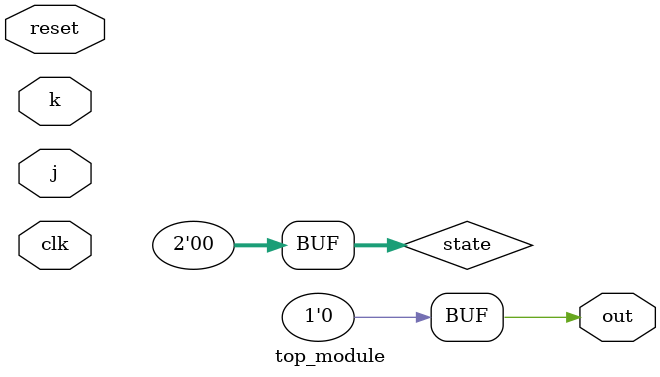
<source format=sv>
module top_module (
	input clk,
	input j,
	input k,
	input reset,
	output out
);

	// Define states
	reg [1:0] state;
	parameter A = 2'b00;
	parameter B = 2'b01;
	
	// Default initial state
	assign state = A;
	
	always @(posedge clk or posedge reset) begin
		if (reset) begin
			state <= A;
		end else begin
			if (state == A) begin
				if (j) begin
					state <= B;
				end
			end else if (state == B) begin
				if (k) begin
					state <= A;
				end
			end
		end
	end
	
	assign out = (state == B) ? 1'b1 : 1'b0;
	
endmodule

</source>
